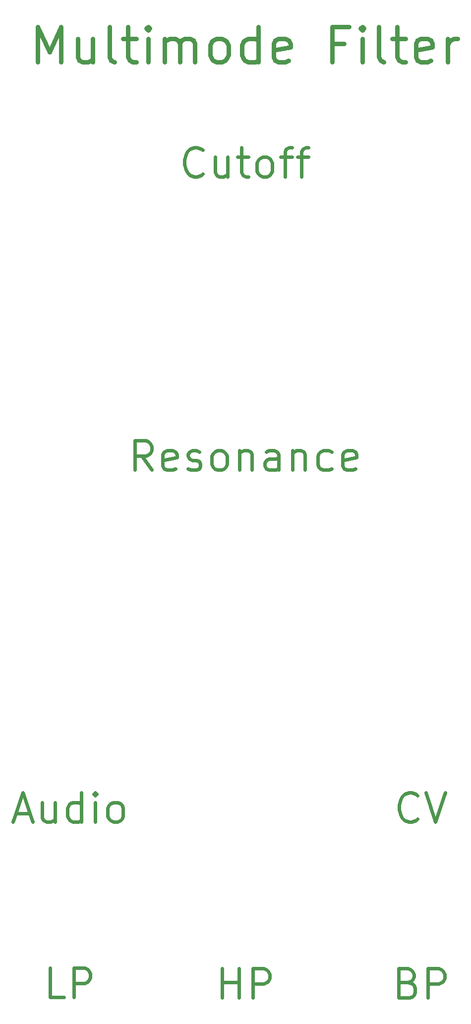
<source format=gbr>
%TF.GenerationSoftware,KiCad,Pcbnew,(5.1.6-0-10_14)*%
%TF.CreationDate,2021-10-27T22:41:10-07:00*%
%TF.ProjectId,lm13700-multimode-filter-panel,6c6d3133-3730-4302-9d6d-756c74696d6f,rev?*%
%TF.SameCoordinates,Original*%
%TF.FileFunction,Legend,Top*%
%TF.FilePolarity,Positive*%
%FSLAX46Y46*%
G04 Gerber Fmt 4.6, Leading zero omitted, Abs format (unit mm)*
G04 Created by KiCad (PCBNEW (5.1.6-0-10_14)) date 2021-10-27 22:41:10*
%MOMM*%
%LPD*%
G01*
G04 APERTURE LIST*
%ADD10C,0.600000*%
%ADD11C,0.800000*%
G04 APERTURE END LIST*
D10*
X97857142Y-189642857D02*
X98571428Y-189880952D01*
X98809523Y-190119047D01*
X99047619Y-190595238D01*
X99047619Y-191309523D01*
X98809523Y-191785714D01*
X98571428Y-192023809D01*
X98095238Y-192261904D01*
X96190476Y-192261904D01*
X96190476Y-187261904D01*
X97857142Y-187261904D01*
X98333333Y-187500000D01*
X98571428Y-187738095D01*
X98809523Y-188214285D01*
X98809523Y-188690476D01*
X98571428Y-189166666D01*
X98333333Y-189404761D01*
X97857142Y-189642857D01*
X96190476Y-189642857D01*
X101190476Y-192261904D02*
X101190476Y-187261904D01*
X103095238Y-187261904D01*
X103571428Y-187500000D01*
X103809523Y-187738095D01*
X104047619Y-188214285D01*
X104047619Y-188928571D01*
X103809523Y-189404761D01*
X103571428Y-189642857D01*
X103095238Y-189880952D01*
X101190476Y-189880952D01*
X66071428Y-192261904D02*
X66071428Y-187261904D01*
X66071428Y-189642857D02*
X68928571Y-189642857D01*
X68928571Y-192261904D02*
X68928571Y-187261904D01*
X71309523Y-192261904D02*
X71309523Y-187261904D01*
X73214285Y-187261904D01*
X73690476Y-187500000D01*
X73928571Y-187738095D01*
X74166666Y-188214285D01*
X74166666Y-188928571D01*
X73928571Y-189404761D01*
X73690476Y-189642857D01*
X73214285Y-189880952D01*
X71309523Y-189880952D01*
X39047619Y-192161904D02*
X36666666Y-192161904D01*
X36666666Y-187161904D01*
X40714285Y-192161904D02*
X40714285Y-187161904D01*
X42619047Y-187161904D01*
X43095238Y-187400000D01*
X43333333Y-187638095D01*
X43571428Y-188114285D01*
X43571428Y-188828571D01*
X43333333Y-189304761D01*
X43095238Y-189542857D01*
X42619047Y-189780952D01*
X40714285Y-189780952D01*
X99404761Y-161785714D02*
X99166666Y-162023809D01*
X98452380Y-162261904D01*
X97976190Y-162261904D01*
X97261904Y-162023809D01*
X96785714Y-161547619D01*
X96547619Y-161071428D01*
X96309523Y-160119047D01*
X96309523Y-159404761D01*
X96547619Y-158452380D01*
X96785714Y-157976190D01*
X97261904Y-157500000D01*
X97976190Y-157261904D01*
X98452380Y-157261904D01*
X99166666Y-157500000D01*
X99404761Y-157738095D01*
X100833333Y-157261904D02*
X102500000Y-162261904D01*
X104166666Y-157261904D01*
X30833333Y-160833333D02*
X33214285Y-160833333D01*
X30357142Y-162261904D02*
X32023809Y-157261904D01*
X33690476Y-162261904D01*
X37500000Y-158928571D02*
X37500000Y-162261904D01*
X35357142Y-158928571D02*
X35357142Y-161547619D01*
X35595238Y-162023809D01*
X36071428Y-162261904D01*
X36785714Y-162261904D01*
X37261904Y-162023809D01*
X37500000Y-161785714D01*
X42023809Y-162261904D02*
X42023809Y-157261904D01*
X42023809Y-162023809D02*
X41547619Y-162261904D01*
X40595238Y-162261904D01*
X40119047Y-162023809D01*
X39880952Y-161785714D01*
X39642857Y-161309523D01*
X39642857Y-159880952D01*
X39880952Y-159404761D01*
X40119047Y-159166666D01*
X40595238Y-158928571D01*
X41547619Y-158928571D01*
X42023809Y-159166666D01*
X44404761Y-162261904D02*
X44404761Y-158928571D01*
X44404761Y-157261904D02*
X44166666Y-157500000D01*
X44404761Y-157738095D01*
X44642857Y-157500000D01*
X44404761Y-157261904D01*
X44404761Y-157738095D01*
X47500000Y-162261904D02*
X47023809Y-162023809D01*
X46785714Y-161785714D01*
X46547619Y-161309523D01*
X46547619Y-159880952D01*
X46785714Y-159404761D01*
X47023809Y-159166666D01*
X47500000Y-158928571D01*
X48214285Y-158928571D01*
X48690476Y-159166666D01*
X48928571Y-159404761D01*
X49166666Y-159880952D01*
X49166666Y-161309523D01*
X48928571Y-161785714D01*
X48690476Y-162023809D01*
X48214285Y-162261904D01*
X47500000Y-162261904D01*
X54047619Y-102261904D02*
X52380952Y-99880952D01*
X51190476Y-102261904D02*
X51190476Y-97261904D01*
X53095238Y-97261904D01*
X53571428Y-97500000D01*
X53809523Y-97738095D01*
X54047619Y-98214285D01*
X54047619Y-98928571D01*
X53809523Y-99404761D01*
X53571428Y-99642857D01*
X53095238Y-99880952D01*
X51190476Y-99880952D01*
X58095238Y-102023809D02*
X57619047Y-102261904D01*
X56666666Y-102261904D01*
X56190476Y-102023809D01*
X55952380Y-101547619D01*
X55952380Y-99642857D01*
X56190476Y-99166666D01*
X56666666Y-98928571D01*
X57619047Y-98928571D01*
X58095238Y-99166666D01*
X58333333Y-99642857D01*
X58333333Y-100119047D01*
X55952380Y-100595238D01*
X60238095Y-102023809D02*
X60714285Y-102261904D01*
X61666666Y-102261904D01*
X62142857Y-102023809D01*
X62380952Y-101547619D01*
X62380952Y-101309523D01*
X62142857Y-100833333D01*
X61666666Y-100595238D01*
X60952380Y-100595238D01*
X60476190Y-100357142D01*
X60238095Y-99880952D01*
X60238095Y-99642857D01*
X60476190Y-99166666D01*
X60952380Y-98928571D01*
X61666666Y-98928571D01*
X62142857Y-99166666D01*
X65238095Y-102261904D02*
X64761904Y-102023809D01*
X64523809Y-101785714D01*
X64285714Y-101309523D01*
X64285714Y-99880952D01*
X64523809Y-99404761D01*
X64761904Y-99166666D01*
X65238095Y-98928571D01*
X65952380Y-98928571D01*
X66428571Y-99166666D01*
X66666666Y-99404761D01*
X66904761Y-99880952D01*
X66904761Y-101309523D01*
X66666666Y-101785714D01*
X66428571Y-102023809D01*
X65952380Y-102261904D01*
X65238095Y-102261904D01*
X69047619Y-98928571D02*
X69047619Y-102261904D01*
X69047619Y-99404761D02*
X69285714Y-99166666D01*
X69761904Y-98928571D01*
X70476190Y-98928571D01*
X70952380Y-99166666D01*
X71190476Y-99642857D01*
X71190476Y-102261904D01*
X75714285Y-102261904D02*
X75714285Y-99642857D01*
X75476190Y-99166666D01*
X75000000Y-98928571D01*
X74047619Y-98928571D01*
X73571428Y-99166666D01*
X75714285Y-102023809D02*
X75238095Y-102261904D01*
X74047619Y-102261904D01*
X73571428Y-102023809D01*
X73333333Y-101547619D01*
X73333333Y-101071428D01*
X73571428Y-100595238D01*
X74047619Y-100357142D01*
X75238095Y-100357142D01*
X75714285Y-100119047D01*
X78095238Y-98928571D02*
X78095238Y-102261904D01*
X78095238Y-99404761D02*
X78333333Y-99166666D01*
X78809523Y-98928571D01*
X79523809Y-98928571D01*
X80000000Y-99166666D01*
X80238095Y-99642857D01*
X80238095Y-102261904D01*
X84761904Y-102023809D02*
X84285714Y-102261904D01*
X83333333Y-102261904D01*
X82857142Y-102023809D01*
X82619047Y-101785714D01*
X82380952Y-101309523D01*
X82380952Y-99880952D01*
X82619047Y-99404761D01*
X82857142Y-99166666D01*
X83333333Y-98928571D01*
X84285714Y-98928571D01*
X84761904Y-99166666D01*
X88809523Y-102023809D02*
X88333333Y-102261904D01*
X87380952Y-102261904D01*
X86904761Y-102023809D01*
X86666666Y-101547619D01*
X86666666Y-99642857D01*
X86904761Y-99166666D01*
X87380952Y-98928571D01*
X88333333Y-98928571D01*
X88809523Y-99166666D01*
X89047619Y-99642857D01*
X89047619Y-100119047D01*
X86666666Y-100595238D01*
X62738095Y-51785714D02*
X62500000Y-52023809D01*
X61785714Y-52261904D01*
X61309523Y-52261904D01*
X60595238Y-52023809D01*
X60119047Y-51547619D01*
X59880952Y-51071428D01*
X59642857Y-50119047D01*
X59642857Y-49404761D01*
X59880952Y-48452380D01*
X60119047Y-47976190D01*
X60595238Y-47500000D01*
X61309523Y-47261904D01*
X61785714Y-47261904D01*
X62500000Y-47500000D01*
X62738095Y-47738095D01*
X67023809Y-48928571D02*
X67023809Y-52261904D01*
X64880952Y-48928571D02*
X64880952Y-51547619D01*
X65119047Y-52023809D01*
X65595238Y-52261904D01*
X66309523Y-52261904D01*
X66785714Y-52023809D01*
X67023809Y-51785714D01*
X68690476Y-48928571D02*
X70595238Y-48928571D01*
X69404761Y-47261904D02*
X69404761Y-51547619D01*
X69642857Y-52023809D01*
X70119047Y-52261904D01*
X70595238Y-52261904D01*
X72976190Y-52261904D02*
X72500000Y-52023809D01*
X72261904Y-51785714D01*
X72023809Y-51309523D01*
X72023809Y-49880952D01*
X72261904Y-49404761D01*
X72500000Y-49166666D01*
X72976190Y-48928571D01*
X73690476Y-48928571D01*
X74166666Y-49166666D01*
X74404761Y-49404761D01*
X74642857Y-49880952D01*
X74642857Y-51309523D01*
X74404761Y-51785714D01*
X74166666Y-52023809D01*
X73690476Y-52261904D01*
X72976190Y-52261904D01*
X76071428Y-48928571D02*
X77976190Y-48928571D01*
X76785714Y-52261904D02*
X76785714Y-47976190D01*
X77023809Y-47500000D01*
X77500000Y-47261904D01*
X77976190Y-47261904D01*
X78928571Y-48928571D02*
X80833333Y-48928571D01*
X79642857Y-52261904D02*
X79642857Y-47976190D01*
X79880952Y-47500000D01*
X80357142Y-47261904D01*
X80833333Y-47261904D01*
D11*
X34571428Y-32714285D02*
X34571428Y-26714285D01*
X36571428Y-31000000D01*
X38571428Y-26714285D01*
X38571428Y-32714285D01*
X44000000Y-28714285D02*
X44000000Y-32714285D01*
X41428571Y-28714285D02*
X41428571Y-31857142D01*
X41714285Y-32428571D01*
X42285714Y-32714285D01*
X43142857Y-32714285D01*
X43714285Y-32428571D01*
X44000000Y-32142857D01*
X47714285Y-32714285D02*
X47142857Y-32428571D01*
X46857142Y-31857142D01*
X46857142Y-26714285D01*
X49142857Y-28714285D02*
X51428571Y-28714285D01*
X50000000Y-26714285D02*
X50000000Y-31857142D01*
X50285714Y-32428571D01*
X50857142Y-32714285D01*
X51428571Y-32714285D01*
X53428571Y-32714285D02*
X53428571Y-28714285D01*
X53428571Y-26714285D02*
X53142857Y-27000000D01*
X53428571Y-27285714D01*
X53714285Y-27000000D01*
X53428571Y-26714285D01*
X53428571Y-27285714D01*
X56285714Y-32714285D02*
X56285714Y-28714285D01*
X56285714Y-29285714D02*
X56571428Y-29000000D01*
X57142857Y-28714285D01*
X58000000Y-28714285D01*
X58571428Y-29000000D01*
X58857142Y-29571428D01*
X58857142Y-32714285D01*
X58857142Y-29571428D02*
X59142857Y-29000000D01*
X59714285Y-28714285D01*
X60571428Y-28714285D01*
X61142857Y-29000000D01*
X61428571Y-29571428D01*
X61428571Y-32714285D01*
X65142857Y-32714285D02*
X64571428Y-32428571D01*
X64285714Y-32142857D01*
X64000000Y-31571428D01*
X64000000Y-29857142D01*
X64285714Y-29285714D01*
X64571428Y-29000000D01*
X65142857Y-28714285D01*
X66000000Y-28714285D01*
X66571428Y-29000000D01*
X66857142Y-29285714D01*
X67142857Y-29857142D01*
X67142857Y-31571428D01*
X66857142Y-32142857D01*
X66571428Y-32428571D01*
X66000000Y-32714285D01*
X65142857Y-32714285D01*
X72285714Y-32714285D02*
X72285714Y-26714285D01*
X72285714Y-32428571D02*
X71714285Y-32714285D01*
X70571428Y-32714285D01*
X70000000Y-32428571D01*
X69714285Y-32142857D01*
X69428571Y-31571428D01*
X69428571Y-29857142D01*
X69714285Y-29285714D01*
X70000000Y-29000000D01*
X70571428Y-28714285D01*
X71714285Y-28714285D01*
X72285714Y-29000000D01*
X77428571Y-32428571D02*
X76857142Y-32714285D01*
X75714285Y-32714285D01*
X75142857Y-32428571D01*
X74857142Y-31857142D01*
X74857142Y-29571428D01*
X75142857Y-29000000D01*
X75714285Y-28714285D01*
X76857142Y-28714285D01*
X77428571Y-29000000D01*
X77714285Y-29571428D01*
X77714285Y-30142857D01*
X74857142Y-30714285D01*
X86857142Y-29571428D02*
X84857142Y-29571428D01*
X84857142Y-32714285D02*
X84857142Y-26714285D01*
X87714285Y-26714285D01*
X90000000Y-32714285D02*
X90000000Y-28714285D01*
X90000000Y-26714285D02*
X89714285Y-27000000D01*
X90000000Y-27285714D01*
X90285714Y-27000000D01*
X90000000Y-26714285D01*
X90000000Y-27285714D01*
X93714285Y-32714285D02*
X93142857Y-32428571D01*
X92857142Y-31857142D01*
X92857142Y-26714285D01*
X95142857Y-28714285D02*
X97428571Y-28714285D01*
X96000000Y-26714285D02*
X96000000Y-31857142D01*
X96285714Y-32428571D01*
X96857142Y-32714285D01*
X97428571Y-32714285D01*
X101714285Y-32428571D02*
X101142857Y-32714285D01*
X100000000Y-32714285D01*
X99428571Y-32428571D01*
X99142857Y-31857142D01*
X99142857Y-29571428D01*
X99428571Y-29000000D01*
X100000000Y-28714285D01*
X101142857Y-28714285D01*
X101714285Y-29000000D01*
X102000000Y-29571428D01*
X102000000Y-30142857D01*
X99142857Y-30714285D01*
X104571428Y-32714285D02*
X104571428Y-28714285D01*
X104571428Y-29857142D02*
X104857142Y-29285714D01*
X105142857Y-29000000D01*
X105714285Y-28714285D01*
X106285714Y-28714285D01*
M02*

</source>
